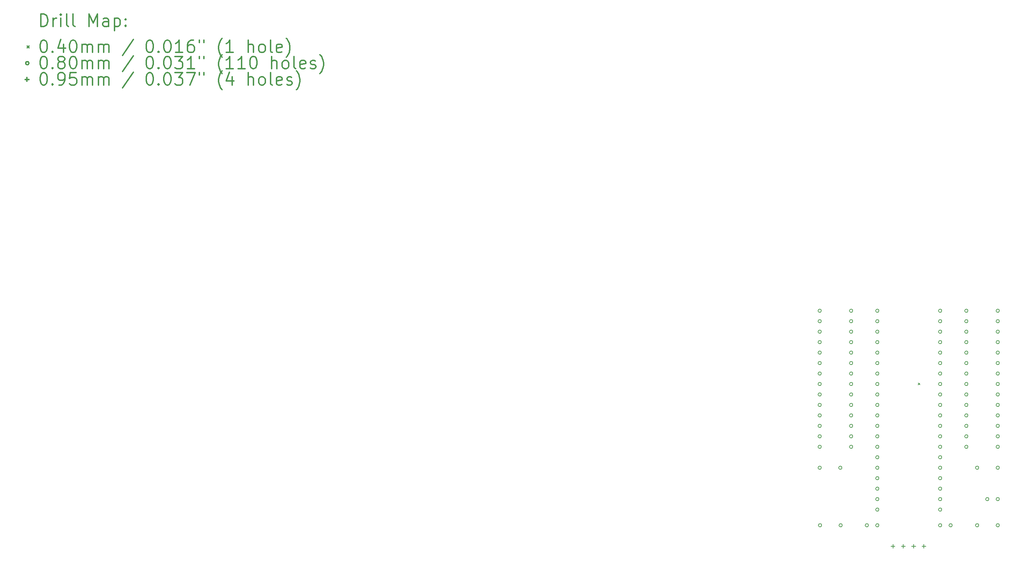
<source format=gbr>
%FSLAX45Y45*%
G04 Gerber Fmt 4.5, Leading zero omitted, Abs format (unit mm)*
G04 Created by KiCad (PCBNEW 5.1.5+dfsg1-2build2) date 2021-09-07 14:08:02*
%MOMM*%
%LPD*%
G04 APERTURE LIST*
%ADD10C,0.200000*%
%ADD11C,0.300000*%
G04 APERTURE END LIST*
D10*
X21570000Y-9124000D02*
X21610000Y-9164000D01*
X21610000Y-9124000D02*
X21570000Y-9164000D01*
X19225000Y-12573000D02*
G75*
G03X19225000Y-12573000I-40000J0D01*
G01*
X19725000Y-12573000D02*
G75*
G03X19725000Y-12573000I-40000J0D01*
G01*
X23035000Y-11176000D02*
G75*
G03X23035000Y-11176000I-40000J0D01*
G01*
X23535000Y-11176000D02*
G75*
G03X23535000Y-11176000I-40000J0D01*
G01*
X19217000Y-7366000D02*
G75*
G03X19217000Y-7366000I-40000J0D01*
G01*
X19217000Y-7620000D02*
G75*
G03X19217000Y-7620000I-40000J0D01*
G01*
X19217000Y-7874000D02*
G75*
G03X19217000Y-7874000I-40000J0D01*
G01*
X19217000Y-8128000D02*
G75*
G03X19217000Y-8128000I-40000J0D01*
G01*
X19217000Y-8382000D02*
G75*
G03X19217000Y-8382000I-40000J0D01*
G01*
X19217000Y-8636000D02*
G75*
G03X19217000Y-8636000I-40000J0D01*
G01*
X19217000Y-8890000D02*
G75*
G03X19217000Y-8890000I-40000J0D01*
G01*
X19217000Y-9144000D02*
G75*
G03X19217000Y-9144000I-40000J0D01*
G01*
X19217000Y-9398000D02*
G75*
G03X19217000Y-9398000I-40000J0D01*
G01*
X19217000Y-9652000D02*
G75*
G03X19217000Y-9652000I-40000J0D01*
G01*
X19217000Y-9906000D02*
G75*
G03X19217000Y-9906000I-40000J0D01*
G01*
X19217000Y-10160000D02*
G75*
G03X19217000Y-10160000I-40000J0D01*
G01*
X19217000Y-10414000D02*
G75*
G03X19217000Y-10414000I-40000J0D01*
G01*
X19217000Y-10668000D02*
G75*
G03X19217000Y-10668000I-40000J0D01*
G01*
X19979000Y-7366000D02*
G75*
G03X19979000Y-7366000I-40000J0D01*
G01*
X19979000Y-7620000D02*
G75*
G03X19979000Y-7620000I-40000J0D01*
G01*
X19979000Y-7874000D02*
G75*
G03X19979000Y-7874000I-40000J0D01*
G01*
X19979000Y-8128000D02*
G75*
G03X19979000Y-8128000I-40000J0D01*
G01*
X19979000Y-8382000D02*
G75*
G03X19979000Y-8382000I-40000J0D01*
G01*
X19979000Y-8636000D02*
G75*
G03X19979000Y-8636000I-40000J0D01*
G01*
X19979000Y-8890000D02*
G75*
G03X19979000Y-8890000I-40000J0D01*
G01*
X19979000Y-9144000D02*
G75*
G03X19979000Y-9144000I-40000J0D01*
G01*
X19979000Y-9398000D02*
G75*
G03X19979000Y-9398000I-40000J0D01*
G01*
X19979000Y-9652000D02*
G75*
G03X19979000Y-9652000I-40000J0D01*
G01*
X19979000Y-9906000D02*
G75*
G03X19979000Y-9906000I-40000J0D01*
G01*
X19979000Y-10160000D02*
G75*
G03X19979000Y-10160000I-40000J0D01*
G01*
X19979000Y-10414000D02*
G75*
G03X19979000Y-10414000I-40000J0D01*
G01*
X19979000Y-10668000D02*
G75*
G03X19979000Y-10668000I-40000J0D01*
G01*
X23281000Y-11938000D02*
G75*
G03X23281000Y-11938000I-40000J0D01*
G01*
X23535000Y-11938000D02*
G75*
G03X23535000Y-11938000I-40000J0D01*
G01*
X20360000Y-12573000D02*
G75*
G03X20360000Y-12573000I-40000J0D01*
G01*
X20614000Y-12573000D02*
G75*
G03X20614000Y-12573000I-40000J0D01*
G01*
X19217000Y-11176000D02*
G75*
G03X19217000Y-11176000I-40000J0D01*
G01*
X19717000Y-11176000D02*
G75*
G03X19717000Y-11176000I-40000J0D01*
G01*
X22773000Y-7366000D02*
G75*
G03X22773000Y-7366000I-40000J0D01*
G01*
X22773000Y-7620000D02*
G75*
G03X22773000Y-7620000I-40000J0D01*
G01*
X22773000Y-7874000D02*
G75*
G03X22773000Y-7874000I-40000J0D01*
G01*
X22773000Y-8128000D02*
G75*
G03X22773000Y-8128000I-40000J0D01*
G01*
X22773000Y-8382000D02*
G75*
G03X22773000Y-8382000I-40000J0D01*
G01*
X22773000Y-8636000D02*
G75*
G03X22773000Y-8636000I-40000J0D01*
G01*
X22773000Y-8890000D02*
G75*
G03X22773000Y-8890000I-40000J0D01*
G01*
X22773000Y-9144000D02*
G75*
G03X22773000Y-9144000I-40000J0D01*
G01*
X22773000Y-9398000D02*
G75*
G03X22773000Y-9398000I-40000J0D01*
G01*
X22773000Y-9652000D02*
G75*
G03X22773000Y-9652000I-40000J0D01*
G01*
X22773000Y-9906000D02*
G75*
G03X22773000Y-9906000I-40000J0D01*
G01*
X22773000Y-10160000D02*
G75*
G03X22773000Y-10160000I-40000J0D01*
G01*
X22773000Y-10414000D02*
G75*
G03X22773000Y-10414000I-40000J0D01*
G01*
X22773000Y-10668000D02*
G75*
G03X22773000Y-10668000I-40000J0D01*
G01*
X23535000Y-7366000D02*
G75*
G03X23535000Y-7366000I-40000J0D01*
G01*
X23535000Y-7620000D02*
G75*
G03X23535000Y-7620000I-40000J0D01*
G01*
X23535000Y-7874000D02*
G75*
G03X23535000Y-7874000I-40000J0D01*
G01*
X23535000Y-8128000D02*
G75*
G03X23535000Y-8128000I-40000J0D01*
G01*
X23535000Y-8382000D02*
G75*
G03X23535000Y-8382000I-40000J0D01*
G01*
X23535000Y-8636000D02*
G75*
G03X23535000Y-8636000I-40000J0D01*
G01*
X23535000Y-8890000D02*
G75*
G03X23535000Y-8890000I-40000J0D01*
G01*
X23535000Y-9144000D02*
G75*
G03X23535000Y-9144000I-40000J0D01*
G01*
X23535000Y-9398000D02*
G75*
G03X23535000Y-9398000I-40000J0D01*
G01*
X23535000Y-9652000D02*
G75*
G03X23535000Y-9652000I-40000J0D01*
G01*
X23535000Y-9906000D02*
G75*
G03X23535000Y-9906000I-40000J0D01*
G01*
X23535000Y-10160000D02*
G75*
G03X23535000Y-10160000I-40000J0D01*
G01*
X23535000Y-10414000D02*
G75*
G03X23535000Y-10414000I-40000J0D01*
G01*
X23535000Y-10668000D02*
G75*
G03X23535000Y-10668000I-40000J0D01*
G01*
X23035000Y-12573000D02*
G75*
G03X23035000Y-12573000I-40000J0D01*
G01*
X23535000Y-12573000D02*
G75*
G03X23535000Y-12573000I-40000J0D01*
G01*
X22138000Y-12573000D02*
G75*
G03X22138000Y-12573000I-40000J0D01*
G01*
X22392000Y-12573000D02*
G75*
G03X22392000Y-12573000I-40000J0D01*
G01*
X20614000Y-7366000D02*
G75*
G03X20614000Y-7366000I-40000J0D01*
G01*
X20614000Y-7620000D02*
G75*
G03X20614000Y-7620000I-40000J0D01*
G01*
X20614000Y-7874000D02*
G75*
G03X20614000Y-7874000I-40000J0D01*
G01*
X20614000Y-8128000D02*
G75*
G03X20614000Y-8128000I-40000J0D01*
G01*
X20614000Y-8382000D02*
G75*
G03X20614000Y-8382000I-40000J0D01*
G01*
X20614000Y-8636000D02*
G75*
G03X20614000Y-8636000I-40000J0D01*
G01*
X20614000Y-8890000D02*
G75*
G03X20614000Y-8890000I-40000J0D01*
G01*
X20614000Y-9144000D02*
G75*
G03X20614000Y-9144000I-40000J0D01*
G01*
X20614000Y-9398000D02*
G75*
G03X20614000Y-9398000I-40000J0D01*
G01*
X20614000Y-9652000D02*
G75*
G03X20614000Y-9652000I-40000J0D01*
G01*
X20614000Y-9906000D02*
G75*
G03X20614000Y-9906000I-40000J0D01*
G01*
X20614000Y-10160000D02*
G75*
G03X20614000Y-10160000I-40000J0D01*
G01*
X20614000Y-10414000D02*
G75*
G03X20614000Y-10414000I-40000J0D01*
G01*
X20614000Y-10668000D02*
G75*
G03X20614000Y-10668000I-40000J0D01*
G01*
X20614000Y-10922000D02*
G75*
G03X20614000Y-10922000I-40000J0D01*
G01*
X20614000Y-11176000D02*
G75*
G03X20614000Y-11176000I-40000J0D01*
G01*
X20614000Y-11430000D02*
G75*
G03X20614000Y-11430000I-40000J0D01*
G01*
X20614000Y-11684000D02*
G75*
G03X20614000Y-11684000I-40000J0D01*
G01*
X20614000Y-11938000D02*
G75*
G03X20614000Y-11938000I-40000J0D01*
G01*
X20614000Y-12192000D02*
G75*
G03X20614000Y-12192000I-40000J0D01*
G01*
X22138000Y-7366000D02*
G75*
G03X22138000Y-7366000I-40000J0D01*
G01*
X22138000Y-7620000D02*
G75*
G03X22138000Y-7620000I-40000J0D01*
G01*
X22138000Y-7874000D02*
G75*
G03X22138000Y-7874000I-40000J0D01*
G01*
X22138000Y-8128000D02*
G75*
G03X22138000Y-8128000I-40000J0D01*
G01*
X22138000Y-8382000D02*
G75*
G03X22138000Y-8382000I-40000J0D01*
G01*
X22138000Y-8636000D02*
G75*
G03X22138000Y-8636000I-40000J0D01*
G01*
X22138000Y-8890000D02*
G75*
G03X22138000Y-8890000I-40000J0D01*
G01*
X22138000Y-9144000D02*
G75*
G03X22138000Y-9144000I-40000J0D01*
G01*
X22138000Y-9398000D02*
G75*
G03X22138000Y-9398000I-40000J0D01*
G01*
X22138000Y-9652000D02*
G75*
G03X22138000Y-9652000I-40000J0D01*
G01*
X22138000Y-9906000D02*
G75*
G03X22138000Y-9906000I-40000J0D01*
G01*
X22138000Y-10160000D02*
G75*
G03X22138000Y-10160000I-40000J0D01*
G01*
X22138000Y-10414000D02*
G75*
G03X22138000Y-10414000I-40000J0D01*
G01*
X22138000Y-10668000D02*
G75*
G03X22138000Y-10668000I-40000J0D01*
G01*
X22138000Y-10922000D02*
G75*
G03X22138000Y-10922000I-40000J0D01*
G01*
X22138000Y-11176000D02*
G75*
G03X22138000Y-11176000I-40000J0D01*
G01*
X22138000Y-11430000D02*
G75*
G03X22138000Y-11430000I-40000J0D01*
G01*
X22138000Y-11684000D02*
G75*
G03X22138000Y-11684000I-40000J0D01*
G01*
X22138000Y-11938000D02*
G75*
G03X22138000Y-11938000I-40000J0D01*
G01*
X22138000Y-12192000D02*
G75*
G03X22138000Y-12192000I-40000J0D01*
G01*
X20955000Y-13033500D02*
X20955000Y-13128500D01*
X20907500Y-13081000D02*
X21002500Y-13081000D01*
X21205000Y-13033500D02*
X21205000Y-13128500D01*
X21157500Y-13081000D02*
X21252500Y-13081000D01*
X21455000Y-13033500D02*
X21455000Y-13128500D01*
X21407500Y-13081000D02*
X21502500Y-13081000D01*
X21705000Y-13033500D02*
X21705000Y-13128500D01*
X21657500Y-13081000D02*
X21752500Y-13081000D01*
D11*
X286429Y-465714D02*
X286429Y-165714D01*
X357857Y-165714D01*
X400714Y-180000D01*
X429286Y-208571D01*
X443571Y-237143D01*
X457857Y-294286D01*
X457857Y-337143D01*
X443571Y-394286D01*
X429286Y-422857D01*
X400714Y-451428D01*
X357857Y-465714D01*
X286429Y-465714D01*
X586429Y-465714D02*
X586429Y-265714D01*
X586429Y-322857D02*
X600714Y-294286D01*
X615000Y-280000D01*
X643571Y-265714D01*
X672143Y-265714D01*
X772143Y-465714D02*
X772143Y-265714D01*
X772143Y-165714D02*
X757857Y-180000D01*
X772143Y-194286D01*
X786428Y-180000D01*
X772143Y-165714D01*
X772143Y-194286D01*
X957857Y-465714D02*
X929286Y-451428D01*
X915000Y-422857D01*
X915000Y-165714D01*
X1115000Y-465714D02*
X1086429Y-451428D01*
X1072143Y-422857D01*
X1072143Y-165714D01*
X1457857Y-465714D02*
X1457857Y-165714D01*
X1557857Y-380000D01*
X1657857Y-165714D01*
X1657857Y-465714D01*
X1929286Y-465714D02*
X1929286Y-308571D01*
X1915000Y-280000D01*
X1886428Y-265714D01*
X1829286Y-265714D01*
X1800714Y-280000D01*
X1929286Y-451428D02*
X1900714Y-465714D01*
X1829286Y-465714D01*
X1800714Y-451428D01*
X1786428Y-422857D01*
X1786428Y-394286D01*
X1800714Y-365714D01*
X1829286Y-351428D01*
X1900714Y-351428D01*
X1929286Y-337143D01*
X2072143Y-265714D02*
X2072143Y-565714D01*
X2072143Y-280000D02*
X2100714Y-265714D01*
X2157857Y-265714D01*
X2186429Y-280000D01*
X2200714Y-294286D01*
X2215000Y-322857D01*
X2215000Y-408571D01*
X2200714Y-437143D01*
X2186429Y-451428D01*
X2157857Y-465714D01*
X2100714Y-465714D01*
X2072143Y-451428D01*
X2343571Y-437143D02*
X2357857Y-451428D01*
X2343571Y-465714D01*
X2329286Y-451428D01*
X2343571Y-437143D01*
X2343571Y-465714D01*
X2343571Y-280000D02*
X2357857Y-294286D01*
X2343571Y-308571D01*
X2329286Y-294286D01*
X2343571Y-280000D01*
X2343571Y-308571D01*
X-40000Y-940000D02*
X0Y-980000D01*
X0Y-940000D02*
X-40000Y-980000D01*
X343571Y-795714D02*
X372143Y-795714D01*
X400714Y-810000D01*
X415000Y-824286D01*
X429286Y-852857D01*
X443571Y-910000D01*
X443571Y-981428D01*
X429286Y-1038571D01*
X415000Y-1067143D01*
X400714Y-1081429D01*
X372143Y-1095714D01*
X343571Y-1095714D01*
X315000Y-1081429D01*
X300714Y-1067143D01*
X286429Y-1038571D01*
X272143Y-981428D01*
X272143Y-910000D01*
X286429Y-852857D01*
X300714Y-824286D01*
X315000Y-810000D01*
X343571Y-795714D01*
X572143Y-1067143D02*
X586429Y-1081429D01*
X572143Y-1095714D01*
X557857Y-1081429D01*
X572143Y-1067143D01*
X572143Y-1095714D01*
X843571Y-895714D02*
X843571Y-1095714D01*
X772143Y-781428D02*
X700714Y-995714D01*
X886428Y-995714D01*
X1057857Y-795714D02*
X1086429Y-795714D01*
X1115000Y-810000D01*
X1129286Y-824286D01*
X1143571Y-852857D01*
X1157857Y-910000D01*
X1157857Y-981428D01*
X1143571Y-1038571D01*
X1129286Y-1067143D01*
X1115000Y-1081429D01*
X1086429Y-1095714D01*
X1057857Y-1095714D01*
X1029286Y-1081429D01*
X1015000Y-1067143D01*
X1000714Y-1038571D01*
X986428Y-981428D01*
X986428Y-910000D01*
X1000714Y-852857D01*
X1015000Y-824286D01*
X1029286Y-810000D01*
X1057857Y-795714D01*
X1286429Y-1095714D02*
X1286429Y-895714D01*
X1286429Y-924286D02*
X1300714Y-910000D01*
X1329286Y-895714D01*
X1372143Y-895714D01*
X1400714Y-910000D01*
X1415000Y-938571D01*
X1415000Y-1095714D01*
X1415000Y-938571D02*
X1429286Y-910000D01*
X1457857Y-895714D01*
X1500714Y-895714D01*
X1529286Y-910000D01*
X1543571Y-938571D01*
X1543571Y-1095714D01*
X1686428Y-1095714D02*
X1686428Y-895714D01*
X1686428Y-924286D02*
X1700714Y-910000D01*
X1729286Y-895714D01*
X1772143Y-895714D01*
X1800714Y-910000D01*
X1815000Y-938571D01*
X1815000Y-1095714D01*
X1815000Y-938571D02*
X1829286Y-910000D01*
X1857857Y-895714D01*
X1900714Y-895714D01*
X1929286Y-910000D01*
X1943571Y-938571D01*
X1943571Y-1095714D01*
X2529286Y-781428D02*
X2272143Y-1167143D01*
X2915000Y-795714D02*
X2943571Y-795714D01*
X2972143Y-810000D01*
X2986428Y-824286D01*
X3000714Y-852857D01*
X3015000Y-910000D01*
X3015000Y-981428D01*
X3000714Y-1038571D01*
X2986428Y-1067143D01*
X2972143Y-1081429D01*
X2943571Y-1095714D01*
X2915000Y-1095714D01*
X2886428Y-1081429D01*
X2872143Y-1067143D01*
X2857857Y-1038571D01*
X2843571Y-981428D01*
X2843571Y-910000D01*
X2857857Y-852857D01*
X2872143Y-824286D01*
X2886428Y-810000D01*
X2915000Y-795714D01*
X3143571Y-1067143D02*
X3157857Y-1081429D01*
X3143571Y-1095714D01*
X3129286Y-1081429D01*
X3143571Y-1067143D01*
X3143571Y-1095714D01*
X3343571Y-795714D02*
X3372143Y-795714D01*
X3400714Y-810000D01*
X3415000Y-824286D01*
X3429286Y-852857D01*
X3443571Y-910000D01*
X3443571Y-981428D01*
X3429286Y-1038571D01*
X3415000Y-1067143D01*
X3400714Y-1081429D01*
X3372143Y-1095714D01*
X3343571Y-1095714D01*
X3315000Y-1081429D01*
X3300714Y-1067143D01*
X3286428Y-1038571D01*
X3272143Y-981428D01*
X3272143Y-910000D01*
X3286428Y-852857D01*
X3300714Y-824286D01*
X3315000Y-810000D01*
X3343571Y-795714D01*
X3729286Y-1095714D02*
X3557857Y-1095714D01*
X3643571Y-1095714D02*
X3643571Y-795714D01*
X3615000Y-838571D01*
X3586428Y-867143D01*
X3557857Y-881428D01*
X3986428Y-795714D02*
X3929286Y-795714D01*
X3900714Y-810000D01*
X3886428Y-824286D01*
X3857857Y-867143D01*
X3843571Y-924286D01*
X3843571Y-1038571D01*
X3857857Y-1067143D01*
X3872143Y-1081429D01*
X3900714Y-1095714D01*
X3957857Y-1095714D01*
X3986428Y-1081429D01*
X4000714Y-1067143D01*
X4015000Y-1038571D01*
X4015000Y-967143D01*
X4000714Y-938571D01*
X3986428Y-924286D01*
X3957857Y-910000D01*
X3900714Y-910000D01*
X3872143Y-924286D01*
X3857857Y-938571D01*
X3843571Y-967143D01*
X4129286Y-795714D02*
X4129286Y-852857D01*
X4243571Y-795714D02*
X4243571Y-852857D01*
X4686429Y-1210000D02*
X4672143Y-1195714D01*
X4643571Y-1152857D01*
X4629286Y-1124286D01*
X4615000Y-1081429D01*
X4600714Y-1010000D01*
X4600714Y-952857D01*
X4615000Y-881428D01*
X4629286Y-838571D01*
X4643571Y-810000D01*
X4672143Y-767143D01*
X4686429Y-752857D01*
X4957857Y-1095714D02*
X4786429Y-1095714D01*
X4872143Y-1095714D02*
X4872143Y-795714D01*
X4843571Y-838571D01*
X4815000Y-867143D01*
X4786429Y-881428D01*
X5315000Y-1095714D02*
X5315000Y-795714D01*
X5443571Y-1095714D02*
X5443571Y-938571D01*
X5429286Y-910000D01*
X5400714Y-895714D01*
X5357857Y-895714D01*
X5329286Y-910000D01*
X5315000Y-924286D01*
X5629286Y-1095714D02*
X5600714Y-1081429D01*
X5586429Y-1067143D01*
X5572143Y-1038571D01*
X5572143Y-952857D01*
X5586429Y-924286D01*
X5600714Y-910000D01*
X5629286Y-895714D01*
X5672143Y-895714D01*
X5700714Y-910000D01*
X5715000Y-924286D01*
X5729286Y-952857D01*
X5729286Y-1038571D01*
X5715000Y-1067143D01*
X5700714Y-1081429D01*
X5672143Y-1095714D01*
X5629286Y-1095714D01*
X5900714Y-1095714D02*
X5872143Y-1081429D01*
X5857857Y-1052857D01*
X5857857Y-795714D01*
X6129286Y-1081429D02*
X6100714Y-1095714D01*
X6043571Y-1095714D01*
X6015000Y-1081429D01*
X6000714Y-1052857D01*
X6000714Y-938571D01*
X6015000Y-910000D01*
X6043571Y-895714D01*
X6100714Y-895714D01*
X6129286Y-910000D01*
X6143571Y-938571D01*
X6143571Y-967143D01*
X6000714Y-995714D01*
X6243571Y-1210000D02*
X6257857Y-1195714D01*
X6286428Y-1152857D01*
X6300714Y-1124286D01*
X6315000Y-1081429D01*
X6329286Y-1010000D01*
X6329286Y-952857D01*
X6315000Y-881428D01*
X6300714Y-838571D01*
X6286428Y-810000D01*
X6257857Y-767143D01*
X6243571Y-752857D01*
X0Y-1356000D02*
G75*
G03X0Y-1356000I-40000J0D01*
G01*
X343571Y-1191714D02*
X372143Y-1191714D01*
X400714Y-1206000D01*
X415000Y-1220286D01*
X429286Y-1248857D01*
X443571Y-1306000D01*
X443571Y-1377429D01*
X429286Y-1434571D01*
X415000Y-1463143D01*
X400714Y-1477428D01*
X372143Y-1491714D01*
X343571Y-1491714D01*
X315000Y-1477428D01*
X300714Y-1463143D01*
X286429Y-1434571D01*
X272143Y-1377429D01*
X272143Y-1306000D01*
X286429Y-1248857D01*
X300714Y-1220286D01*
X315000Y-1206000D01*
X343571Y-1191714D01*
X572143Y-1463143D02*
X586429Y-1477428D01*
X572143Y-1491714D01*
X557857Y-1477428D01*
X572143Y-1463143D01*
X572143Y-1491714D01*
X757857Y-1320286D02*
X729286Y-1306000D01*
X715000Y-1291714D01*
X700714Y-1263143D01*
X700714Y-1248857D01*
X715000Y-1220286D01*
X729286Y-1206000D01*
X757857Y-1191714D01*
X815000Y-1191714D01*
X843571Y-1206000D01*
X857857Y-1220286D01*
X872143Y-1248857D01*
X872143Y-1263143D01*
X857857Y-1291714D01*
X843571Y-1306000D01*
X815000Y-1320286D01*
X757857Y-1320286D01*
X729286Y-1334571D01*
X715000Y-1348857D01*
X700714Y-1377429D01*
X700714Y-1434571D01*
X715000Y-1463143D01*
X729286Y-1477428D01*
X757857Y-1491714D01*
X815000Y-1491714D01*
X843571Y-1477428D01*
X857857Y-1463143D01*
X872143Y-1434571D01*
X872143Y-1377429D01*
X857857Y-1348857D01*
X843571Y-1334571D01*
X815000Y-1320286D01*
X1057857Y-1191714D02*
X1086429Y-1191714D01*
X1115000Y-1206000D01*
X1129286Y-1220286D01*
X1143571Y-1248857D01*
X1157857Y-1306000D01*
X1157857Y-1377429D01*
X1143571Y-1434571D01*
X1129286Y-1463143D01*
X1115000Y-1477428D01*
X1086429Y-1491714D01*
X1057857Y-1491714D01*
X1029286Y-1477428D01*
X1015000Y-1463143D01*
X1000714Y-1434571D01*
X986428Y-1377429D01*
X986428Y-1306000D01*
X1000714Y-1248857D01*
X1015000Y-1220286D01*
X1029286Y-1206000D01*
X1057857Y-1191714D01*
X1286429Y-1491714D02*
X1286429Y-1291714D01*
X1286429Y-1320286D02*
X1300714Y-1306000D01*
X1329286Y-1291714D01*
X1372143Y-1291714D01*
X1400714Y-1306000D01*
X1415000Y-1334571D01*
X1415000Y-1491714D01*
X1415000Y-1334571D02*
X1429286Y-1306000D01*
X1457857Y-1291714D01*
X1500714Y-1291714D01*
X1529286Y-1306000D01*
X1543571Y-1334571D01*
X1543571Y-1491714D01*
X1686428Y-1491714D02*
X1686428Y-1291714D01*
X1686428Y-1320286D02*
X1700714Y-1306000D01*
X1729286Y-1291714D01*
X1772143Y-1291714D01*
X1800714Y-1306000D01*
X1815000Y-1334571D01*
X1815000Y-1491714D01*
X1815000Y-1334571D02*
X1829286Y-1306000D01*
X1857857Y-1291714D01*
X1900714Y-1291714D01*
X1929286Y-1306000D01*
X1943571Y-1334571D01*
X1943571Y-1491714D01*
X2529286Y-1177429D02*
X2272143Y-1563143D01*
X2915000Y-1191714D02*
X2943571Y-1191714D01*
X2972143Y-1206000D01*
X2986428Y-1220286D01*
X3000714Y-1248857D01*
X3015000Y-1306000D01*
X3015000Y-1377429D01*
X3000714Y-1434571D01*
X2986428Y-1463143D01*
X2972143Y-1477428D01*
X2943571Y-1491714D01*
X2915000Y-1491714D01*
X2886428Y-1477428D01*
X2872143Y-1463143D01*
X2857857Y-1434571D01*
X2843571Y-1377429D01*
X2843571Y-1306000D01*
X2857857Y-1248857D01*
X2872143Y-1220286D01*
X2886428Y-1206000D01*
X2915000Y-1191714D01*
X3143571Y-1463143D02*
X3157857Y-1477428D01*
X3143571Y-1491714D01*
X3129286Y-1477428D01*
X3143571Y-1463143D01*
X3143571Y-1491714D01*
X3343571Y-1191714D02*
X3372143Y-1191714D01*
X3400714Y-1206000D01*
X3415000Y-1220286D01*
X3429286Y-1248857D01*
X3443571Y-1306000D01*
X3443571Y-1377429D01*
X3429286Y-1434571D01*
X3415000Y-1463143D01*
X3400714Y-1477428D01*
X3372143Y-1491714D01*
X3343571Y-1491714D01*
X3315000Y-1477428D01*
X3300714Y-1463143D01*
X3286428Y-1434571D01*
X3272143Y-1377429D01*
X3272143Y-1306000D01*
X3286428Y-1248857D01*
X3300714Y-1220286D01*
X3315000Y-1206000D01*
X3343571Y-1191714D01*
X3543571Y-1191714D02*
X3729286Y-1191714D01*
X3629286Y-1306000D01*
X3672143Y-1306000D01*
X3700714Y-1320286D01*
X3715000Y-1334571D01*
X3729286Y-1363143D01*
X3729286Y-1434571D01*
X3715000Y-1463143D01*
X3700714Y-1477428D01*
X3672143Y-1491714D01*
X3586428Y-1491714D01*
X3557857Y-1477428D01*
X3543571Y-1463143D01*
X4015000Y-1491714D02*
X3843571Y-1491714D01*
X3929286Y-1491714D02*
X3929286Y-1191714D01*
X3900714Y-1234571D01*
X3872143Y-1263143D01*
X3843571Y-1277429D01*
X4129286Y-1191714D02*
X4129286Y-1248857D01*
X4243571Y-1191714D02*
X4243571Y-1248857D01*
X4686429Y-1606000D02*
X4672143Y-1591714D01*
X4643571Y-1548857D01*
X4629286Y-1520286D01*
X4615000Y-1477428D01*
X4600714Y-1406000D01*
X4600714Y-1348857D01*
X4615000Y-1277429D01*
X4629286Y-1234571D01*
X4643571Y-1206000D01*
X4672143Y-1163143D01*
X4686429Y-1148857D01*
X4957857Y-1491714D02*
X4786429Y-1491714D01*
X4872143Y-1491714D02*
X4872143Y-1191714D01*
X4843571Y-1234571D01*
X4815000Y-1263143D01*
X4786429Y-1277429D01*
X5243571Y-1491714D02*
X5072143Y-1491714D01*
X5157857Y-1491714D02*
X5157857Y-1191714D01*
X5129286Y-1234571D01*
X5100714Y-1263143D01*
X5072143Y-1277429D01*
X5429286Y-1191714D02*
X5457857Y-1191714D01*
X5486429Y-1206000D01*
X5500714Y-1220286D01*
X5515000Y-1248857D01*
X5529286Y-1306000D01*
X5529286Y-1377429D01*
X5515000Y-1434571D01*
X5500714Y-1463143D01*
X5486429Y-1477428D01*
X5457857Y-1491714D01*
X5429286Y-1491714D01*
X5400714Y-1477428D01*
X5386429Y-1463143D01*
X5372143Y-1434571D01*
X5357857Y-1377429D01*
X5357857Y-1306000D01*
X5372143Y-1248857D01*
X5386429Y-1220286D01*
X5400714Y-1206000D01*
X5429286Y-1191714D01*
X5886428Y-1491714D02*
X5886428Y-1191714D01*
X6015000Y-1491714D02*
X6015000Y-1334571D01*
X6000714Y-1306000D01*
X5972143Y-1291714D01*
X5929286Y-1291714D01*
X5900714Y-1306000D01*
X5886428Y-1320286D01*
X6200714Y-1491714D02*
X6172143Y-1477428D01*
X6157857Y-1463143D01*
X6143571Y-1434571D01*
X6143571Y-1348857D01*
X6157857Y-1320286D01*
X6172143Y-1306000D01*
X6200714Y-1291714D01*
X6243571Y-1291714D01*
X6272143Y-1306000D01*
X6286428Y-1320286D01*
X6300714Y-1348857D01*
X6300714Y-1434571D01*
X6286428Y-1463143D01*
X6272143Y-1477428D01*
X6243571Y-1491714D01*
X6200714Y-1491714D01*
X6472143Y-1491714D02*
X6443571Y-1477428D01*
X6429286Y-1448857D01*
X6429286Y-1191714D01*
X6700714Y-1477428D02*
X6672143Y-1491714D01*
X6615000Y-1491714D01*
X6586428Y-1477428D01*
X6572143Y-1448857D01*
X6572143Y-1334571D01*
X6586428Y-1306000D01*
X6615000Y-1291714D01*
X6672143Y-1291714D01*
X6700714Y-1306000D01*
X6715000Y-1334571D01*
X6715000Y-1363143D01*
X6572143Y-1391714D01*
X6829286Y-1477428D02*
X6857857Y-1491714D01*
X6915000Y-1491714D01*
X6943571Y-1477428D01*
X6957857Y-1448857D01*
X6957857Y-1434571D01*
X6943571Y-1406000D01*
X6915000Y-1391714D01*
X6872143Y-1391714D01*
X6843571Y-1377429D01*
X6829286Y-1348857D01*
X6829286Y-1334571D01*
X6843571Y-1306000D01*
X6872143Y-1291714D01*
X6915000Y-1291714D01*
X6943571Y-1306000D01*
X7057857Y-1606000D02*
X7072143Y-1591714D01*
X7100714Y-1548857D01*
X7115000Y-1520286D01*
X7129286Y-1477428D01*
X7143571Y-1406000D01*
X7143571Y-1348857D01*
X7129286Y-1277429D01*
X7115000Y-1234571D01*
X7100714Y-1206000D01*
X7072143Y-1163143D01*
X7057857Y-1148857D01*
X-47500Y-1704500D02*
X-47500Y-1799500D01*
X-95000Y-1752000D02*
X0Y-1752000D01*
X343571Y-1587714D02*
X372143Y-1587714D01*
X400714Y-1602000D01*
X415000Y-1616286D01*
X429286Y-1644857D01*
X443571Y-1702000D01*
X443571Y-1773428D01*
X429286Y-1830571D01*
X415000Y-1859143D01*
X400714Y-1873428D01*
X372143Y-1887714D01*
X343571Y-1887714D01*
X315000Y-1873428D01*
X300714Y-1859143D01*
X286429Y-1830571D01*
X272143Y-1773428D01*
X272143Y-1702000D01*
X286429Y-1644857D01*
X300714Y-1616286D01*
X315000Y-1602000D01*
X343571Y-1587714D01*
X572143Y-1859143D02*
X586429Y-1873428D01*
X572143Y-1887714D01*
X557857Y-1873428D01*
X572143Y-1859143D01*
X572143Y-1887714D01*
X729286Y-1887714D02*
X786428Y-1887714D01*
X815000Y-1873428D01*
X829286Y-1859143D01*
X857857Y-1816286D01*
X872143Y-1759143D01*
X872143Y-1644857D01*
X857857Y-1616286D01*
X843571Y-1602000D01*
X815000Y-1587714D01*
X757857Y-1587714D01*
X729286Y-1602000D01*
X715000Y-1616286D01*
X700714Y-1644857D01*
X700714Y-1716286D01*
X715000Y-1744857D01*
X729286Y-1759143D01*
X757857Y-1773428D01*
X815000Y-1773428D01*
X843571Y-1759143D01*
X857857Y-1744857D01*
X872143Y-1716286D01*
X1143571Y-1587714D02*
X1000714Y-1587714D01*
X986428Y-1730571D01*
X1000714Y-1716286D01*
X1029286Y-1702000D01*
X1100714Y-1702000D01*
X1129286Y-1716286D01*
X1143571Y-1730571D01*
X1157857Y-1759143D01*
X1157857Y-1830571D01*
X1143571Y-1859143D01*
X1129286Y-1873428D01*
X1100714Y-1887714D01*
X1029286Y-1887714D01*
X1000714Y-1873428D01*
X986428Y-1859143D01*
X1286429Y-1887714D02*
X1286429Y-1687714D01*
X1286429Y-1716286D02*
X1300714Y-1702000D01*
X1329286Y-1687714D01*
X1372143Y-1687714D01*
X1400714Y-1702000D01*
X1415000Y-1730571D01*
X1415000Y-1887714D01*
X1415000Y-1730571D02*
X1429286Y-1702000D01*
X1457857Y-1687714D01*
X1500714Y-1687714D01*
X1529286Y-1702000D01*
X1543571Y-1730571D01*
X1543571Y-1887714D01*
X1686428Y-1887714D02*
X1686428Y-1687714D01*
X1686428Y-1716286D02*
X1700714Y-1702000D01*
X1729286Y-1687714D01*
X1772143Y-1687714D01*
X1800714Y-1702000D01*
X1815000Y-1730571D01*
X1815000Y-1887714D01*
X1815000Y-1730571D02*
X1829286Y-1702000D01*
X1857857Y-1687714D01*
X1900714Y-1687714D01*
X1929286Y-1702000D01*
X1943571Y-1730571D01*
X1943571Y-1887714D01*
X2529286Y-1573428D02*
X2272143Y-1959143D01*
X2915000Y-1587714D02*
X2943571Y-1587714D01*
X2972143Y-1602000D01*
X2986428Y-1616286D01*
X3000714Y-1644857D01*
X3015000Y-1702000D01*
X3015000Y-1773428D01*
X3000714Y-1830571D01*
X2986428Y-1859143D01*
X2972143Y-1873428D01*
X2943571Y-1887714D01*
X2915000Y-1887714D01*
X2886428Y-1873428D01*
X2872143Y-1859143D01*
X2857857Y-1830571D01*
X2843571Y-1773428D01*
X2843571Y-1702000D01*
X2857857Y-1644857D01*
X2872143Y-1616286D01*
X2886428Y-1602000D01*
X2915000Y-1587714D01*
X3143571Y-1859143D02*
X3157857Y-1873428D01*
X3143571Y-1887714D01*
X3129286Y-1873428D01*
X3143571Y-1859143D01*
X3143571Y-1887714D01*
X3343571Y-1587714D02*
X3372143Y-1587714D01*
X3400714Y-1602000D01*
X3415000Y-1616286D01*
X3429286Y-1644857D01*
X3443571Y-1702000D01*
X3443571Y-1773428D01*
X3429286Y-1830571D01*
X3415000Y-1859143D01*
X3400714Y-1873428D01*
X3372143Y-1887714D01*
X3343571Y-1887714D01*
X3315000Y-1873428D01*
X3300714Y-1859143D01*
X3286428Y-1830571D01*
X3272143Y-1773428D01*
X3272143Y-1702000D01*
X3286428Y-1644857D01*
X3300714Y-1616286D01*
X3315000Y-1602000D01*
X3343571Y-1587714D01*
X3543571Y-1587714D02*
X3729286Y-1587714D01*
X3629286Y-1702000D01*
X3672143Y-1702000D01*
X3700714Y-1716286D01*
X3715000Y-1730571D01*
X3729286Y-1759143D01*
X3729286Y-1830571D01*
X3715000Y-1859143D01*
X3700714Y-1873428D01*
X3672143Y-1887714D01*
X3586428Y-1887714D01*
X3557857Y-1873428D01*
X3543571Y-1859143D01*
X3829286Y-1587714D02*
X4029286Y-1587714D01*
X3900714Y-1887714D01*
X4129286Y-1587714D02*
X4129286Y-1644857D01*
X4243571Y-1587714D02*
X4243571Y-1644857D01*
X4686429Y-2002000D02*
X4672143Y-1987714D01*
X4643571Y-1944857D01*
X4629286Y-1916286D01*
X4615000Y-1873428D01*
X4600714Y-1802000D01*
X4600714Y-1744857D01*
X4615000Y-1673428D01*
X4629286Y-1630571D01*
X4643571Y-1602000D01*
X4672143Y-1559143D01*
X4686429Y-1544857D01*
X4929286Y-1687714D02*
X4929286Y-1887714D01*
X4857857Y-1573428D02*
X4786429Y-1787714D01*
X4972143Y-1787714D01*
X5315000Y-1887714D02*
X5315000Y-1587714D01*
X5443571Y-1887714D02*
X5443571Y-1730571D01*
X5429286Y-1702000D01*
X5400714Y-1687714D01*
X5357857Y-1687714D01*
X5329286Y-1702000D01*
X5315000Y-1716286D01*
X5629286Y-1887714D02*
X5600714Y-1873428D01*
X5586429Y-1859143D01*
X5572143Y-1830571D01*
X5572143Y-1744857D01*
X5586429Y-1716286D01*
X5600714Y-1702000D01*
X5629286Y-1687714D01*
X5672143Y-1687714D01*
X5700714Y-1702000D01*
X5715000Y-1716286D01*
X5729286Y-1744857D01*
X5729286Y-1830571D01*
X5715000Y-1859143D01*
X5700714Y-1873428D01*
X5672143Y-1887714D01*
X5629286Y-1887714D01*
X5900714Y-1887714D02*
X5872143Y-1873428D01*
X5857857Y-1844857D01*
X5857857Y-1587714D01*
X6129286Y-1873428D02*
X6100714Y-1887714D01*
X6043571Y-1887714D01*
X6015000Y-1873428D01*
X6000714Y-1844857D01*
X6000714Y-1730571D01*
X6015000Y-1702000D01*
X6043571Y-1687714D01*
X6100714Y-1687714D01*
X6129286Y-1702000D01*
X6143571Y-1730571D01*
X6143571Y-1759143D01*
X6000714Y-1787714D01*
X6257857Y-1873428D02*
X6286428Y-1887714D01*
X6343571Y-1887714D01*
X6372143Y-1873428D01*
X6386428Y-1844857D01*
X6386428Y-1830571D01*
X6372143Y-1802000D01*
X6343571Y-1787714D01*
X6300714Y-1787714D01*
X6272143Y-1773428D01*
X6257857Y-1744857D01*
X6257857Y-1730571D01*
X6272143Y-1702000D01*
X6300714Y-1687714D01*
X6343571Y-1687714D01*
X6372143Y-1702000D01*
X6486428Y-2002000D02*
X6500714Y-1987714D01*
X6529286Y-1944857D01*
X6543571Y-1916286D01*
X6557857Y-1873428D01*
X6572143Y-1802000D01*
X6572143Y-1744857D01*
X6557857Y-1673428D01*
X6543571Y-1630571D01*
X6529286Y-1602000D01*
X6500714Y-1559143D01*
X6486428Y-1544857D01*
M02*

</source>
